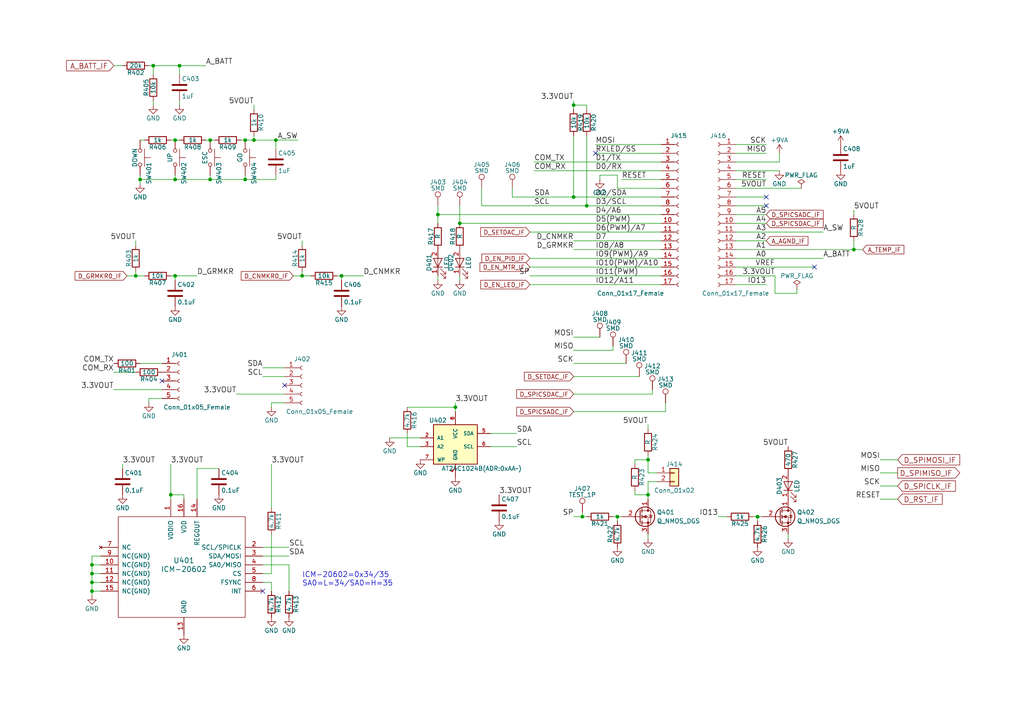
<source format=kicad_sch>
(kicad_sch (version 20211123) (generator eeschema)
  (paper "A4")
  (lib_symbols
    (symbol "kagura-rescue:+9VA" (power) (pin_names (offset 0))
      (property "Value" "+9VA" (at 0 3.81 0))
      (symbol "+9VA_0_1"
        (polyline (pts (xy -0.762 1.27) (xy 0 2.54)))
        (polyline (pts (xy 0 0) (xy 0 2.54)))
        (polyline (pts (xy 0 2.54) (xy 0.762 1.27)))
      )
      (symbol "+9VA_1_1"
        (pin power_in line (at 0 0 90) (length 0) hide (name "+9VA") (number "1"))
      )
    )
    (symbol "kagura-rescue:AT24CS04-SSHM" (pin_names (offset 1.016))
      (property "Reference" "U" (at -5.08 6.35 0))
      (property "Value" "AT24CS04-SSHM" (at 7.62 -7.62 0))
      (symbol "AT24CS04-SSHM_0_1"
        (rectangle (start -6.35 5.08) (end 6.35 -6.35) (stroke (width 0.254)) (fill (type background)))
      )
      (symbol "AT24CS04-SSHM_1_1"
        (pin input line (at -10.16 1.27 0) (length 3.81) (name "A1") (number "2"))
        (pin input line (at -10.16 -1.27 0) (length 3.81) (name "A2") (number "3"))
        (pin power_in line (at 0 -10.16 90) (length 3.81) (name "GND") (number "4"))
        (pin bidirectional line (at 10.16 2.54 180) (length 3.81) (name "SDA") (number "5"))
        (pin input line (at 10.16 -1.27 180) (length 3.81) (name "SCL") (number "6"))
        (pin input line (at -10.16 -5.08 0) (length 3.81) (name "WP") (number "7"))
        (pin power_in line (at 0 8.89 270) (length 3.81) (name "VCC") (number "8"))
      )
    )
    (symbol "kagura-rescue:C" (pin_numbers hide) (pin_names (offset 0.254))
      (property "Reference" "C" (at 0.635 2.54 0))
      (property "Value" "C" (at 0.635 -2.54 0))
      (symbol "C_0_1"
        (polyline (pts (xy -2.032 -0.762) (xy 2.032 -0.762)) (stroke (width 0.508)))
        (polyline (pts (xy -2.032 0.762) (xy 2.032 0.762)) (stroke (width 0.508)))
      )
      (symbol "C_1_1"
        (pin passive line (at 0 3.81 270) (length 2.794) (name "~") (number "1"))
        (pin passive line (at 0 -3.81 90) (length 2.794) (name "~") (number "2"))
      )
    )
    (symbol "kagura-rescue:Conn_01x02" (pin_names (offset 1.016) hide)
      (property "Reference" "J" (at 0 2.54 0))
      (property "Value" "Conn_01x02" (at 0 -5.08 0))
      (symbol "Conn_01x02_1_1"
        (rectangle (start -1.27 -2.413) (end 0 -2.667) (stroke (width 0.1524)))
        (rectangle (start -1.27 0.127) (end 0 -0.127) (stroke (width 0.1524)))
        (rectangle (start -1.27 1.27) (end 1.27 -3.81) (stroke (width 0.254)) (fill (type background)))
        (pin passive line (at -5.08 0 0) (length 3.81) (name "Pin_1") (number "1"))
        (pin passive line (at -5.08 -2.54 0) (length 3.81) (name "Pin_2") (number "2"))
      )
    )
    (symbol "kagura-rescue:Conn_01x05_Female" (pin_names (offset 1.016) hide)
      (property "Reference" "J" (at 0 7.62 0))
      (property "Value" "Conn_01x05_Female" (at 0 -7.62 0))
      (symbol "Conn_01x05_Female_1_1"
        (arc (start 0 -4.572) (mid -0.508 -5.08) (end 0 -5.588) (stroke (width 0.1524)))
        (arc (start 0 -2.032) (mid -0.508 -2.54) (end 0 -3.048) (stroke (width 0.1524)))
        (polyline (pts (xy -1.27 -5.08) (xy -0.508 -5.08)) (stroke (width 0.1524)))
        (polyline (pts (xy -1.27 -2.54) (xy -0.508 -2.54)) (stroke (width 0.1524)))
        (polyline (pts (xy -1.27 0) (xy -0.508 0)) (stroke (width 0.1524)))
        (polyline (pts (xy -1.27 2.54) (xy -0.508 2.54)) (stroke (width 0.1524)))
        (polyline (pts (xy -1.27 5.08) (xy -0.508 5.08)) (stroke (width 0.1524)))
        (arc (start 0 0.508) (mid -0.508 0) (end 0 -0.508) (stroke (width 0.1524)))
        (arc (start 0 3.048) (mid -0.508 2.54) (end 0 2.032) (stroke (width 0.1524)))
        (arc (start 0 5.588) (mid -0.508 5.08) (end 0 4.572) (stroke (width 0.1524)))
        (pin passive line (at -5.08 5.08 0) (length 3.81) (name "Pin_1") (number "1"))
        (pin passive line (at -5.08 2.54 0) (length 3.81) (name "Pin_2") (number "2"))
        (pin passive line (at -5.08 0 0) (length 3.81) (name "Pin_3") (number "3"))
        (pin passive line (at -5.08 -2.54 0) (length 3.81) (name "Pin_4") (number "4"))
        (pin passive line (at -5.08 -5.08 0) (length 3.81) (name "Pin_5") (number "5"))
      )
    )
    (symbol "kagura-rescue:Conn_01x17_Female" (pin_names (offset 1.016) hide)
      (property "Reference" "J" (at 0 22.86 0))
      (property "Value" "Conn_01x17_Female" (at 0 -22.86 0))
      (symbol "Conn_01x17_Female_1_1"
        (arc (start 0 -19.812) (mid -0.508 -20.32) (end 0 -20.828) (stroke (width 0.1524)))
        (arc (start 0 -17.272) (mid -0.508 -17.78) (end 0 -18.288) (stroke (width 0.1524)))
        (arc (start 0 -14.732) (mid -0.508 -15.24) (end 0 -15.748) (stroke (width 0.1524)))
        (arc (start 0 -12.192) (mid -0.508 -12.7) (end 0 -13.208) (stroke (width 0.1524)))
        (arc (start 0 -9.652) (mid -0.508 -10.16) (end 0 -10.668) (stroke (width 0.1524)))
        (arc (start 0 -7.112) (mid -0.508 -7.62) (end 0 -8.128) (stroke (width 0.1524)))
        (arc (start 0 -4.572) (mid -0.508 -5.08) (end 0 -5.588) (stroke (width 0.1524)))
        (arc (start 0 -2.032) (mid -0.508 -2.54) (end 0 -3.048) (stroke (width 0.1524)))
        (polyline (pts (xy -1.27 -20.32) (xy -0.508 -20.32)) (stroke (width 0.1524)))
        (polyline (pts (xy -1.27 -17.78) (xy -0.508 -17.78)) (stroke (width 0.1524)))
        (polyline (pts (xy -1.27 -15.24) (xy -0.508 -15.24)) (stroke (width 0.1524)))
        (polyline (pts (xy -1.27 -12.7) (xy -0.508 -12.7)) (stroke (width 0.1524)))
        (polyline (pts (xy -1.27 -10.16) (xy -0.508 -10.16)) (stroke (width 0.1524)))
        (polyline (pts (xy -1.27 -7.62) (xy -0.508 -7.62)) (stroke (width 0.1524)))
        (polyline (pts (xy -1.27 -5.08) (xy -0.508 -5.08)) (stroke (width 0.1524)))
        (polyline (pts (xy -1.27 -2.54) (xy -0.508 -2.54)) (stroke (width 0.1524)))
        (polyline (pts (xy -1.27 0) (xy -0.508 0)) (stroke (width 0.1524)))
        (polyline (pts (xy -1.27 2.54) (xy -0.508 2.54)) (stroke (width 0.1524)))
        (polyline (pts (xy -1.27 5.08) (xy -0.508 5.08)) (stroke (width 0.1524)))
        (polyline (pts (xy -1.27 7.62) (xy -0.508 7.62)) (stroke (width 0.1524)))
        (polyline (pts (xy -1.27 10.16) (xy -0.508 10.16)) (stroke (width 0.1524)))
        (polyline (pts (xy -1.27 12.7) (xy -0.508 12.7)) (stroke (width 0.1524)))
        (polyline (pts (xy -1.27 15.24) (xy -0.508 15.24)) (stroke (width 0.1524)))
        (polyline (pts (xy -1.27 17.78) (xy -0.508 17.78)) (stroke (width 0.1524)))
        (polyline (pts (xy -1.27 20.32) (xy -0.508 20.32)) (stroke (width 0.1524)))
        (arc (start 0 0.508) (mid -0.508 0) (end 0 -0.508) (stroke (width 0.1524)))
        (arc (start 0 3.048) (mid -0.508 2.54) (end 0 2.032) (stroke (width 0.1524)))
        (arc (start 0 5.588) (mid -0.508 5.08) (end 0 4.572) (stroke (width 0.1524)))
        (arc (start 0 8.128) (mid -0.508 7.62) (end 0 7.112) (stroke (width 0.1524)))
        (arc (start 0 10.668) (mid -0.508 10.16) (end 0 9.652) (stroke (width 0.1524)))
        (arc (start 0 13.208) (mid -0.508 12.7) (end 0 12.192) (stroke (width 0.1524)))
        (arc (start 0 15.748) (mid -0.508 15.24) (end 0 14.732) (stroke (width 0.1524)))
        (arc (start 0 18.288) (mid -0.508 17.78) (end 0 17.272) (stroke (width 0.1524)))
        (arc (start 0 20.828) (mid -0.508 20.32) (end 0 19.812) (stroke (width 0.1524)))
        (pin passive line (at -5.08 20.32 0) (length 3.81) (name "Pin_1") (number "1"))
        (pin passive line (at -5.08 -2.54 0) (length 3.81) (name "Pin_10") (number "10"))
        (pin passive line (at -5.08 -5.08 0) (length 3.81) (name "Pin_11") (number "11"))
        (pin passive line (at -5.08 -7.62 0) (length 3.81) (name "Pin_12") (number "12"))
        (pin passive line (at -5.08 -10.16 0) (length 3.81) (name "Pin_13") (number "13"))
        (pin passive line (at -5.08 -12.7 0) (length 3.81) (name "Pin_14") (number "14"))
        (pin passive line (at -5.08 -15.24 0) (length 3.81) (name "Pin_15") (number "15"))
        (pin passive line (at -5.08 -17.78 0) (length 3.81) (name "Pin_16") (number "16"))
        (pin passive line (at -5.08 -20.32 0) (length 3.81) (name "Pin_17") (number "17"))
        (pin passive line (at -5.08 17.78 0) (length 3.81) (name "Pin_2") (number "2"))
        (pin passive line (at -5.08 15.24 0) (length 3.81) (name "Pin_3") (number "3"))
        (pin passive line (at -5.08 12.7 0) (length 3.81) (name "Pin_4") (number "4"))
        (pin passive line (at -5.08 10.16 0) (length 3.81) (name "Pin_5") (number "5"))
        (pin passive line (at -5.08 7.62 0) (length 3.81) (name "Pin_6") (number "6"))
        (pin passive line (at -5.08 5.08 0) (length 3.81) (name "Pin_7") (number "7"))
        (pin passive line (at -5.08 2.54 0) (length 3.81) (name "Pin_8") (number "8"))
        (pin passive line (at -5.08 0 0) (length 3.81) (name "Pin_9") (number "9"))
      )
    )
    (symbol "kagura-rescue:GND" (power) (pin_names (offset 0))
      (property "Value" "GND" (at 0 -3.81 0))
      (symbol "GND_0_1"
        (polyline (pts (xy 0 0) (xy 0 -1.27) (xy 1.27 -1.27) (xy 0 -2.54) (xy -1.27 -1.27) (xy 0 -1.27)))
      )
      (symbol "GND_1_1"
        (pin power_in line (at 0 0 270) (length 0) hide (name "GND") (number "1"))
      )
    )
    (symbol "kagura-rescue:ICM-20602" (pin_names (offset 1.016))
      (property "Reference" "U" (at 0 2.54 0))
      (property "Value" "ICM-20602" (at 0 0 0))
      (symbol "ICM-20602_0_1"
        (rectangle (start -19.05 15.24) (end 17.78 -13.97))
      )
      (symbol "ICM-20602_1_1"
        (pin power_in line (at -3.81 20.32 270) (length 5.08) (name "VDDIO") (number "1"))
        (pin input line (at -24.13 1.27 0) (length 5.08) (name "NC(GND)") (number "10"))
        (pin input line (at -24.13 -1.27 0) (length 5.08) (name "NC(GND)") (number "11"))
        (pin input line (at -24.13 -3.81 0) (length 5.08) (name "NC(GND)") (number "12"))
        (pin power_in line (at 0 -19.05 90) (length 5.08) (name "GND") (number "13"))
        (pin power_out line (at 3.81 20.32 270) (length 5.08) (name "REGOUT") (number "14"))
        (pin power_in line (at -24.13 -6.35 0) (length 5.08) (name "NC(GND)") (number "15"))
        (pin power_in line (at 0 20.32 270) (length 5.08) (name "VDD") (number "16"))
        (pin input line (at 22.86 6.35 180) (length 5.08) (name "SCL/SPICLK") (number "2"))
        (pin bidirectional line (at 22.86 3.81 180) (length 5.08) (name "SDA/MOSI") (number "3"))
        (pin bidirectional line (at 22.86 1.27 180) (length 5.08) (name "SA0/MISO") (number "4"))
        (pin input line (at 22.86 -1.27 180) (length 5.08) (name "CS") (number "5"))
        (pin output line (at 22.86 -6.35 180) (length 5.08) (name "INT") (number "6"))
        (pin no_connect line (at -24.13 6.35 0) (length 5.08) (name "NC") (number "7"))
        (pin input line (at 22.86 -3.81 180) (length 5.08) (name "FSYNC") (number "8"))
        (pin input line (at -24.13 3.81 0) (length 5.08) (name "NC(GND)") (number "9"))
      )
    )
    (symbol "kagura-rescue:LED" (pin_names (offset 1.016) hide)
      (property "Reference" "D" (at 0 2.54 0))
      (property "Value" "LED" (at 0 -2.54 0))
      (symbol "LED_0_1"
        (polyline (pts (xy -1.27 -1.27) (xy -1.27 1.27)) (stroke (width 0.2032)))
        (polyline (pts (xy -1.27 0) (xy 1.27 0)))
        (polyline (pts (xy 1.27 -1.27) (xy 1.27 1.27) (xy -1.27 0) (xy 1.27 -1.27)) (stroke (width 0.2032)))
        (polyline (pts (xy -3.048 -0.762) (xy -4.572 -2.286) (xy -3.81 -2.286) (xy -4.572 -2.286) (xy -4.572 -1.524)))
        (polyline (pts (xy -1.778 -0.762) (xy -3.302 -2.286) (xy -2.54 -2.286) (xy -3.302 -2.286) (xy -3.302 -1.524)))
      )
      (symbol "LED_1_1"
        (pin passive line (at -3.81 0 0) (length 2.54) (name "K") (number "1"))
        (pin passive line (at 3.81 0 180) (length 2.54) (name "A") (number "2"))
      )
    )
    (symbol "kagura-rescue:PWR_FLAG" (power) (pin_numbers hide) (pin_names (offset 0) hide)
      (property "Value" "PWR_FLAG" (at 0 3.81 0))
      (symbol "PWR_FLAG_0_0"
        (pin power_out line (at 0 0 90) (length 0) (name "pwr") (number "1"))
      )
      (symbol "PWR_FLAG_0_1"
        (polyline (pts (xy 0 0) (xy 0 1.27) (xy -1.016 1.905) (xy 0 2.54) (xy 1.016 1.905) (xy 0 1.27)))
      )
    )
    (symbol "kagura-rescue:Q_NMOS_DGS" (pin_names (offset 0) hide)
      (property "Reference" "Q" (at 5.08 1.27 0))
      (property "Value" "Q_NMOS_DGS" (at 5.08 -1.27 0))
      (symbol "Q_NMOS_DGS_0_1"
        (polyline (pts (xy 0.0508 0) (xy 0.254 0)))
        (polyline (pts (xy 0.762 -1.778) (xy 2.54 -1.778)))
        (polyline (pts (xy 0.762 -1.27) (xy 0.762 -2.286)) (stroke (width 0.254)))
        (polyline (pts (xy 0.762 0) (xy 2.54 0)))
        (polyline (pts (xy 0.762 0.508) (xy 0.762 -0.508)) (stroke (width 0.254)))
        (polyline (pts (xy 0.762 1.778) (xy 2.54 1.778)))
        (polyline (pts (xy 0.762 2.286) (xy 0.762 1.27)) (stroke (width 0.254)))
        (polyline (pts (xy 2.54 -1.778) (xy 2.54 -2.54)))
        (polyline (pts (xy 2.54 -1.778) (xy 2.54 0)))
        (polyline (pts (xy 2.54 2.54) (xy 2.54 1.778)))
        (polyline (pts (xy 0.254 1.905) (xy 0.254 -1.905) (xy 0.254 -1.905)) (stroke (width 0.254)))
        (polyline (pts (xy 1.016 0) (xy 2.032 0.381) (xy 2.032 -0.381) (xy 1.016 0)) (fill (type outline)))
        (polyline (pts (xy 2.54 -1.778) (xy 3.302 -1.778) (xy 3.302 1.778) (xy 2.54 1.778)))
        (polyline (pts (xy 2.794 0.508) (xy 2.921 0.381) (xy 3.683 0.381) (xy 3.81 0.254)))
        (polyline (pts (xy 3.302 0.381) (xy 2.921 -0.254) (xy 3.683 -0.254) (xy 3.302 0.381)))
        (circle (center 1.651 0) (radius 2.8194) (stroke (width 0.254)))
        (circle (center 2.54 -1.778) (radius 0.2794) (fill (type outline)))
        (circle (center 2.54 1.778) (radius 0.2794) (fill (type outline)))
      )
      (symbol "Q_NMOS_DGS_1_1"
        (pin passive line (at 2.54 5.08 270) (length 2.54) (name "D") (number "1"))
        (pin input line (at -5.08 0 0) (length 5.08) (name "G") (number "2"))
        (pin passive line (at 2.54 -5.08 90) (length 2.54) (name "S") (number "3"))
      )
    )
    (symbol "kagura-rescue:R" (pin_numbers hide) (pin_names (offset 0))
      (property "Reference" "R" (at 2.032 0 90))
      (property "Value" "R" (at 0 0 90))
      (symbol "R_0_1"
        (rectangle (start -1.016 -2.54) (end 1.016 2.54) (stroke (width 0.254)))
      )
      (symbol "R_1_1"
        (pin passive line (at 0 3.81 270) (length 1.27) (name "~") (number "1"))
        (pin passive line (at 0 -3.81 90) (length 1.27) (name "~") (number "2"))
      )
    )
    (symbol "kagura-rescue:SW_Push" (pin_numbers hide) (pin_names (offset 1.016) hide)
      (property "Reference" "SW" (at 1.27 2.54 0))
      (property "Value" "SW_Push" (at 0 -1.524 0))
      (symbol "SW_Push_0_1"
        (circle (center -2.032 0) (radius 0.508))
        (polyline (pts (xy 0 1.27) (xy 0 3.048)))
        (polyline (pts (xy 2.54 1.27) (xy -2.54 1.27)))
        (circle (center 2.032 0) (radius 0.508))
        (pin passive line (at -5.08 0 0) (length 2.54) (name "1") (number "1"))
        (pin passive line (at 5.08 0 180) (length 2.54) (name "2") (number "2"))
      )
    )
    (symbol "kagura-rescue:TEST_1P" (pin_numbers hide) (pin_names (offset 0.762) hide)
      (property "Reference" "J" (at 0 6.858 0))
      (property "Value" "TEST_1P" (at 0 5.08 0))
      (symbol "TEST_1P_0_1"
        (circle (center 0 3.302) (radius 0.762))
      )
      (symbol "TEST_1P_1_1"
        (pin passive line (at 0 0 90) (length 2.54) (name "1") (number "1"))
      )
    )
  )
  (junction (at 99.06 80.01))
  (junction (at 168.91 149.86))
  (junction (at 133.35 64.77))
  (junction (at 127 62.23))
  (junction (at 39.37 80.01))
  (junction (at 187.96 143.51))
  (junction (at 26.67 171.45))
  (junction (at 52.07 19.05))
  (junction (at 50.8 52.07))
  (junction (at 50.8 40.64))
  (junction (at 49.53 143.51))
  (junction (at 60.96 52.07))
  (junction (at 166.37 57.15))
  (junction (at 80.01 40.64))
  (junction (at 73.66 40.64))
  (junction (at 87.63 80.01))
  (junction (at 132.08 118.11))
  (junction (at 26.67 166.37))
  (junction (at 166.37 30.48))
  (junction (at 170.18 59.69))
  (junction (at 44.45 19.05))
  (junction (at 219.71 149.86))
  (junction (at 71.12 52.07))
  (junction (at 50.8 80.01))
  (junction (at 247.65 72.39))
  (junction (at 179.07 149.86))
  (junction (at 71.12 40.64))
  (junction (at 187.96 133.35))
  (junction (at 60.96 40.64))
  (junction (at 40.64 52.07))
  (junction (at 26.67 168.91))
  (junction (at 26.67 163.83))
  (no_connect (at 76.2 171.45))
  (no_connect (at 222.25 59.69))
  (no_connect (at 46.99 110.49))
  (no_connect (at 82.55 111.76))
  (no_connect (at 236.22 77.47))
  (no_connect (at 172.72 44.45))
  (no_connect (at 222.25 57.15))
  (wire (pts (xy 39.37 80.01) (xy 41.91 80.01)))
  (wire (pts (xy 40.64 105.41) (xy 46.99 105.41)))
  (wire (pts (xy 187.96 143.51) (xy 187.96 144.78)))
  (wire (pts (xy 133.35 64.77) (xy 191.77 64.77)))
  (wire (pts (xy 26.67 161.29) (xy 29.21 161.29)))
  (wire (pts (xy 118.11 129.54) (xy 118.11 125.73)))
  (wire (pts (xy 26.67 163.83) (xy 26.67 166.37)))
  (wire (pts (xy 29.21 166.37) (xy 26.67 166.37)))
  (wire (pts (xy 49.53 143.51) (xy 49.53 144.78)))
  (wire (pts (xy 153.67 74.93) (xy 191.77 74.93)))
  (wire (pts (xy 213.36 54.61) (xy 232.41 54.61)))
  (wire (pts (xy 213.36 41.91) (xy 222.25 41.91)))
  (wire (pts (xy 53.34 144.78) (xy 53.34 143.51)))
  (wire (pts (xy 39.37 107.95) (xy 33.02 107.95)))
  (wire (pts (xy 43.18 115.57) (xy 43.18 116.84)))
  (wire (pts (xy 26.67 171.45) (xy 26.67 172.72)))
  (wire (pts (xy 68.58 114.3) (xy 82.55 114.3)))
  (wire (pts (xy 179.07 151.13) (xy 179.07 149.86)))
  (wire (pts (xy 73.66 30.48) (xy 73.66 31.75)))
  (wire (pts (xy 187.96 132.08) (xy 187.96 133.35)))
  (wire (pts (xy 26.67 168.91) (xy 26.67 171.45)))
  (wire (pts (xy 139.7 59.69) (xy 170.18 59.69)))
  (wire (pts (xy 191.77 46.99) (xy 154.94 46.99)))
  (wire (pts (xy 153.67 82.55) (xy 191.77 82.55)))
  (wire (pts (xy 33.02 113.03) (xy 46.99 113.03)))
  (wire (pts (xy 224.79 80.01) (xy 224.79 85.09)))
  (wire (pts (xy 166.37 57.15) (xy 191.77 57.15)))
  (wire (pts (xy 39.37 80.01) (xy 39.37 78.74)))
  (wire (pts (xy 50.8 80.01) (xy 50.8 81.28)))
  (wire (pts (xy 60.96 40.64) (xy 62.23 40.64)))
  (wire (pts (xy 118.11 118.11) (xy 132.08 118.11)))
  (wire (pts (xy 71.12 52.07) (xy 80.01 52.07)))
  (wire (pts (xy 148.59 57.15) (xy 166.37 57.15)))
  (wire (pts (xy 187.96 123.19) (xy 187.96 124.46)))
  (wire (pts (xy 173.99 50.8) (xy 179.07 50.8)))
  (wire (pts (xy 166.37 105.41) (xy 181.61 105.41)))
  (wire (pts (xy 50.8 52.07) (xy 60.96 52.07)))
  (wire (pts (xy 247.65 69.85) (xy 247.65 72.39)))
  (wire (pts (xy 53.34 143.51) (xy 49.53 143.51)))
  (wire (pts (xy 43.18 19.05) (xy 44.45 19.05)))
  (wire (pts (xy 76.2 163.83) (xy 83.82 163.83)))
  (wire (pts (xy 26.67 161.29) (xy 26.67 163.83)))
  (wire (pts (xy 213.36 49.53) (xy 226.06 49.53)))
  (wire (pts (xy 40.64 50.8) (xy 40.64 52.07)))
  (wire (pts (xy 213.36 74.93) (xy 238.76 74.93)))
  (wire (pts (xy 148.59 57.15) (xy 148.59 54.61)))
  (wire (pts (xy 87.63 80.01) (xy 87.63 78.74)))
  (wire (pts (xy 44.45 30.48) (xy 44.45 29.21)))
  (wire (pts (xy 170.18 31.75) (xy 170.18 30.48)))
  (wire (pts (xy 166.37 72.39) (xy 191.77 72.39)))
  (wire (pts (xy 44.45 21.59) (xy 44.45 19.05)))
  (wire (pts (xy 40.64 52.07) (xy 40.64 53.34)))
  (wire (pts (xy 166.37 119.38) (xy 193.04 119.38)))
  (wire (pts (xy 184.15 143.51) (xy 187.96 143.51)))
  (wire (pts (xy 60.96 52.07) (xy 60.96 50.8)))
  (wire (pts (xy 39.37 69.85) (xy 39.37 71.12)))
  (wire (pts (xy 187.96 133.35) (xy 187.96 137.16)))
  (wire (pts (xy 213.36 80.01) (xy 224.79 80.01)))
  (wire (pts (xy 260.35 144.78) (xy 255.27 144.78)))
  (wire (pts (xy 76.2 106.68) (xy 82.55 106.68)))
  (wire (pts (xy 179.07 50.8) (xy 179.07 54.61)))
  (wire (pts (xy 83.82 163.83) (xy 83.82 171.45)))
  (wire (pts (xy 247.65 60.96) (xy 247.65 62.23)))
  (wire (pts (xy 189.23 114.3) (xy 189.23 113.03)))
  (wire (pts (xy 78.74 166.37) (xy 76.2 166.37)))
  (wire (pts (xy 71.12 40.64) (xy 73.66 40.64)))
  (wire (pts (xy 213.36 57.15) (xy 222.25 57.15)))
  (wire (pts (xy 170.18 59.69) (xy 191.77 59.69)))
  (wire (pts (xy 76.2 168.91) (xy 78.74 168.91)))
  (wire (pts (xy 76.2 158.75) (xy 83.82 158.75)))
  (wire (pts (xy 177.8 101.6) (xy 177.8 100.33)))
  (wire (pts (xy 222.25 44.45) (xy 213.36 44.45)))
  (wire (pts (xy 166.37 39.37) (xy 166.37 57.15)))
  (wire (pts (xy 36.83 80.01) (xy 39.37 80.01)))
  (wire (pts (xy 191.77 44.45) (xy 172.72 44.45)))
  (wire (pts (xy 85.09 80.01) (xy 87.63 80.01)))
  (wire (pts (xy 127 80.01) (xy 127 81.28)))
  (wire (pts (xy 132.08 116.84) (xy 132.08 118.11)))
  (wire (pts (xy 260.35 140.97) (xy 255.27 140.97)))
  (wire (pts (xy 127 59.69) (xy 127 62.23)))
  (wire (pts (xy 76.2 109.22) (xy 82.55 109.22)))
  (wire (pts (xy 41.91 40.64) (xy 40.64 40.64)))
  (wire (pts (xy 166.37 109.22) (xy 185.42 109.22)))
  (wire (pts (xy 184.15 142.24) (xy 184.15 143.51)))
  (wire (pts (xy 213.36 77.47) (xy 236.22 77.47)))
  (wire (pts (xy 49.53 80.01) (xy 50.8 80.01)))
  (wire (pts (xy 127 62.23) (xy 191.77 62.23)))
  (wire (pts (xy 26.67 163.83) (xy 29.21 163.83)))
  (wire (pts (xy 260.35 133.35) (xy 255.27 133.35)))
  (wire (pts (xy 118.11 129.54) (xy 121.92 129.54)))
  (wire (pts (xy 168.91 149.86) (xy 170.18 149.86)))
  (wire (pts (xy 226.06 46.99) (xy 226.06 44.45)))
  (wire (pts (xy 57.15 144.78) (xy 57.15 135.89)))
  (wire (pts (xy 218.44 149.86) (xy 219.71 149.86)))
  (wire (pts (xy 166.37 149.86) (xy 168.91 149.86)))
  (wire (pts (xy 187.96 137.16) (xy 190.5 137.16)))
  (wire (pts (xy 166.37 29.21) (xy 166.37 30.48)))
  (wire (pts (xy 80.01 52.07) (xy 80.01 50.8)))
  (wire (pts (xy 179.07 149.86) (xy 180.34 149.86)))
  (wire (pts (xy 73.66 40.64) (xy 80.01 40.64)))
  (wire (pts (xy 50.8 50.8) (xy 50.8 52.07)))
  (wire (pts (xy 177.8 149.86) (xy 179.07 149.86)))
  (wire (pts (xy 213.36 46.99) (xy 226.06 46.99)))
  (wire (pts (xy 180.34 52.07) (xy 191.77 52.07)))
  (wire (pts (xy 191.77 49.53) (xy 154.94 49.53)))
  (wire (pts (xy 153.67 77.47) (xy 191.77 77.47)))
  (wire (pts (xy 52.07 19.05) (xy 52.07 21.59)))
  (wire (pts (xy 139.7 54.61) (xy 139.7 59.69)))
  (wire (pts (xy 191.77 41.91) (xy 172.72 41.91)))
  (wire (pts (xy 78.74 116.84) (xy 78.74 118.11)))
  (wire (pts (xy 80.01 43.18) (xy 80.01 40.64)))
  (wire (pts (xy 49.53 134.62) (xy 49.53 143.51)))
  (wire (pts (xy 99.06 80.01) (xy 105.41 80.01)))
  (wire (pts (xy 52.07 30.48) (xy 52.07 29.21)))
  (wire (pts (xy 213.36 64.77) (xy 222.25 64.77)))
  (wire (pts (xy 43.18 115.57) (xy 46.99 115.57)))
  (wire (pts (xy 260.35 137.16) (xy 255.27 137.16)))
  (wire (pts (xy 228.6 156.21) (xy 228.6 154.94)))
  (wire (pts (xy 187.96 139.7) (xy 187.96 143.51)))
  (wire (pts (xy 170.18 30.48) (xy 166.37 30.48)))
  (wire (pts (xy 133.35 59.69) (xy 133.35 64.77)))
  (wire (pts (xy 69.85 40.64) (xy 71.12 40.64)))
  (wire (pts (xy 187.96 156.21) (xy 187.96 154.94)))
  (wire (pts (xy 173.99 52.07) (xy 173.99 50.8)))
  (wire (pts (xy 87.63 80.01) (xy 90.17 80.01)))
  (wire (pts (xy 222.25 59.69) (xy 213.36 59.69)))
  (wire (pts (xy 193.04 119.38) (xy 193.04 116.84)))
  (wire (pts (xy 153.67 80.01) (xy 191.77 80.01)))
  (wire (pts (xy 184.15 133.35) (xy 184.15 134.62)))
  (wire (pts (xy 78.74 134.62) (xy 78.74 147.32)))
  (wire (pts (xy 59.69 40.64) (xy 60.96 40.64)))
  (wire (pts (xy 219.71 151.13) (xy 219.71 149.86)))
  (wire (pts (xy 166.37 114.3) (xy 189.23 114.3)))
  (wire (pts (xy 50.8 40.64) (xy 52.07 40.64)))
  (wire (pts (xy 76.2 161.29) (xy 83.82 161.29)))
  (wire (pts (xy 99.06 80.01) (xy 99.06 81.28)))
  (wire (pts (xy 142.24 129.54) (xy 149.86 129.54)))
  (wire (pts (xy 87.63 69.85) (xy 87.63 71.12)))
  (wire (pts (xy 78.74 154.94) (xy 78.74 166.37)))
  (wire (pts (xy 222.25 69.85) (xy 213.36 69.85)))
  (wire (pts (xy 166.37 101.6) (xy 177.8 101.6)))
  (wire (pts (xy 219.71 149.86) (xy 220.98 149.86)))
  (wire (pts (xy 29.21 171.45) (xy 26.67 171.45)))
  (wire (pts (xy 166.37 69.85) (xy 191.77 69.85)))
  (wire (pts (xy 222.25 62.23) (xy 213.36 62.23)))
  (wire (pts (xy 153.67 67.31) (xy 191.77 67.31)))
  (wire (pts (xy 187.96 133.35) (xy 184.15 133.35)))
  (wire (pts (xy 50.8 80.01) (xy 57.15 80.01)))
  (wire (pts (xy 168.91 148.59) (xy 168.91 149.86)))
  (wire (pts (xy 142.24 125.73) (xy 149.86 125.73)))
  (wire (pts (xy 57.15 135.89) (xy 63.5 135.89)))
  (wire (pts (xy 78.74 116.84) (xy 82.55 116.84)))
  (wire (pts (xy 113.03 127) (xy 121.92 127)))
  (wire (pts (xy 49.53 40.64) (xy 50.8 40.64)))
  (wire (pts (xy 44.45 19.05) (xy 52.07 19.05)))
  (wire (pts (xy 127 62.23) (xy 127 64.77)))
  (wire (pts (xy 26.67 166.37) (xy 26.67 168.91)))
  (wire (pts (xy 213.36 82.55) (xy 222.25 82.55)))
  (wire (pts (xy 133.35 81.28) (xy 133.35 80.01)))
  (wire (pts (xy 231.14 85.09) (xy 231.14 83.82)))
  (wire (pts (xy 40.64 52.07) (xy 50.8 52.07)))
  (wire (pts (xy 213.36 52.07) (xy 222.25 52.07)))
  (wire (pts (xy 213.36 67.31) (xy 238.76 67.31)))
  (wire (pts (xy 179.07 54.61) (xy 191.77 54.61)))
  (wire (pts (xy 224.79 85.09) (xy 231.14 85.09)))
  (wire (pts (xy 80.01 40.64) (xy 86.36 40.64)))
  (wire (pts (xy 190.5 139.7) (xy 187.96 139.7)))
  (wire (pts (xy 35.56 19.05) (xy 33.02 19.05)))
  (wire (pts (xy 73.66 40.64) (xy 73.66 39.37)))
  (wire (pts (xy 26.67 168.91) (xy 29.21 168.91)))
  (wire (pts (xy 35.56 135.89) (xy 35.56 134.62)))
  (wire (pts (xy 210.82 149.86) (xy 208.28 149.86)))
  (wire (pts (xy 247.65 72.39) (xy 250.19 72.39)))
  (wire (pts (xy 60.96 52.07) (xy 71.12 52.07)))
  (wire (pts (xy 173.99 97.79) (xy 166.37 97.79)))
  (wire (pts (xy 213.36 72.39) (xy 247.65 72.39)))
  (wire (pts (xy 97.79 80.01) (xy 99.06 80.01)))
  (wire (pts (xy 71.12 52.07) (xy 71.12 50.8)))
  (wire (pts (xy 132.08 118.11) (xy 132.08 119.38)))
  (wire (pts (xy 78.74 168.91) (xy 78.74 171.45)))
  (wire (pts (xy 170.18 39.37) (xy 170.18 59.69)))
  (wire (pts (xy 166.37 30.48) (xy 166.37 31.75)))
  (wire (pts (xy 52.07 19.05) (xy 59.69 19.05)))
  (text "ICM-20602=0x34/35\nSA0=L=34/SA0=H=35" (at 87.63 170.18 0) (effects (font (size 1.524 1.524)) (justify left bottom)))
  (label "D3/SCL" (at 172.72 59.69 0) (effects (font (size 1.524 1.524))))
  (label "COM_RX" (at 33.02 107.95 180) (effects (font (size 1.524 1.524))))
  (label "5VOUT" (at 87.63 69.85 180) (effects (font (size 1.524 1.524))))
  (label "5VOUT" (at 187.96 123.19 180) (effects (font (size 1.524 1.524))))
  (label "IO13" (at 222.25 82.55 180) (effects (font (size 1.524 1.524))))
  (label "COM_TX" (at 33.02 105.41 180) (effects (font (size 1.524 1.524))))
  (label "SDA" (at 149.86 125.73 0) (effects (font (size 1.524 1.524))))
  (label "MISO" (at 255.27 137.16 180) (effects (font (size 1.524 1.524))))
  (label "D_CNMKR" (at 166.37 69.85 180) (effects (font (size 1.524 1.524))))
  (label "IO10(PWM)/A10" (at 172.72 77.47 0) (effects (font (size 1.524 1.524))))
  (label "MOSI" (at 166.37 97.79 180) (effects (font (size 1.524 1.524))))
  (label "D0/RX" (at 172.72 49.53 0) (effects (font (size 1.524 1.524))))
  (label "A_BATT" (at 238.76 74.93 0) (effects (font (size 1.524 1.524))))
  (label "IO9(PWM)/A9" (at 172.72 74.93 0) (effects (font (size 1.524 1.524))))
  (label "SCL" (at 76.2 109.22 180) (effects (font (size 1.524 1.524))))
  (label "COM_RX" (at 154.94 49.53 0) (effects (font (size 1.524 1.524))))
  (label "3.3VOUT" (at 132.08 116.84 0) (effects (font (size 1.524 1.524))))
  (label "SCK" (at 255.27 140.97 180) (effects (font (size 1.524 1.524))))
  (label "MISO" (at 166.37 101.6 180) (effects (font (size 1.524 1.524))))
  (label "D6(PWM)/A7" (at 172.72 67.31 0) (effects (font (size 1.524 1.524))))
  (label "D1/TX" (at 172.72 46.99 0) (effects (font (size 1.524 1.524))))
  (label "RXLED/SS" (at 172.72 44.45 0) (effects (font (size 1.524 1.524))))
  (label "SP" (at 153.67 80.01 180) (effects (font (size 1.524 1.524))))
  (label "A_SW" (at 238.76 67.31 0) (effects (font (size 1.524 1.524))))
  (label "IO12/A11" (at 172.72 82.55 0) (effects (font (size 1.524 1.524))))
  (label "5VOUT" (at 228.6 129.54 180) (effects (font (size 1.524 1.524))))
  (label "5VOUT" (at 39.37 69.85 180) (effects (font (size 1.524 1.524))))
  (label "IO13" (at 208.28 149.86 180) (effects (font (size 1.524 1.524))))
  (label "SCK" (at 222.25 41.91 180) (effects (font (size 1.524 1.524))))
  (label "5VOUT" (at 222.25 54.61 180) (effects (font (size 1.524 1.524))))
  (label "A_SW" (at 86.36 40.64 180) (effects (font (size 1.524 1.524))))
  (label "A0" (at 222.25 74.93 180) (effects (font (size 1.524 1.524))))
  (label "A5" (at 222.25 62.23 180) (effects (font (size 1.524 1.524))))
  (label "D7" (at 172.72 69.85 0) (effects (font (size 1.524 1.524))))
  (label "MOSI" (at 255.27 133.35 180) (effects (font (size 1.524 1.524))))
  (label "5VOUT" (at 247.65 60.96 0) (effects (font (size 1.524 1.524))))
  (label "SCL" (at 83.82 158.75 0) (effects (font (size 1.524 1.524))))
  (label "VREF" (at 224.79 77.47 180) (effects (font (size 1.524 1.524))))
  (label "3.3VOUT" (at 144.78 143.51 0) (effects (font (size 1.524 1.524))))
  (label "3.3VOUT" (at 68.58 114.3 180) (effects (font (size 1.524 1.524))))
  (label "A1" (at 222.25 72.39 180) (effects (font (size 1.524 1.524))))
  (label "RESET" (at 255.27 144.78 180) (effects (font (size 1.524 1.524))))
  (label "3.3VOUT" (at 49.53 134.62 0) (effects (font (size 1.524 1.524))))
  (label "IO8/A8" (at 172.72 72.39 0) (effects (font (size 1.524 1.524))))
  (label "SP" (at 166.37 149.86 180) (effects (font (size 1.524 1.524))))
  (label "MISO" (at 222.25 44.45 180) (effects (font (size 1.524 1.524))))
  (label "A_BATT" (at 59.69 19.05 0) (effects (font (size 1.524 1.524))))
  (label "MOSI" (at 172.72 41.91 0) (effects (font (size 1.524 1.524))))
  (label "3.3VOUT" (at 33.02 113.03 180) (effects (font (size 1.524 1.524))))
  (label "SDA" (at 76.2 106.68 180) (effects (font (size 1.524 1.524))))
  (label "SDA" (at 83.82 161.29 0) (effects (font (size 1.524 1.524))))
  (label "SDA" (at 154.94 57.15 0) (effects (font (size 1.524 1.524))))
  (label "A4" (at 222.25 64.77 180) (effects (font (size 1.524 1.524))))
  (label "A3" (at 222.25 67.31 180) (effects (font (size 1.524 1.524))))
  (label "SCL" (at 149.86 129.54 0) (effects (font (size 1.524 1.524))))
  (label "3.3VOUT" (at 166.37 29.21 180) (effects (font (size 1.524 1.524))))
  (label "D4/A6" (at 172.72 62.23 0) (effects (font (size 1.524 1.524))))
  (label "3.3VOUT" (at 35.56 134.62 0) (effects (font (size 1.524 1.524))))
  (label "RESET" (at 222.25 52.07 180) (effects (font (size 1.524 1.524))))
  (label "D5(PWM)" (at 172.72 64.77 0) (effects (font (size 1.524 1.524))))
  (label "D_GRMKR" (at 57.15 80.01 0) (effects (font (size 1.524 1.524))))
  (label "D_GRMKR" (at 166.37 72.39 180) (effects (font (size 1.524 1.524))))
  (label "D_CNMKR" (at 105.41 80.01 0) (effects (font (size 1.524 1.524))))
  (label "3.3VOUT" (at 78.74 134.62 0) (effects (font (size 1.524 1.524))))
  (label "RESET" (at 180.34 52.07 0) (effects (font (size 1.524 1.524))))
  (label "IO11(PWM)" (at 172.72 80.01 0) (effects (font (size 1.524 1.524))))
  (label "5VOUT" (at 73.66 30.48 180) (effects (font (size 1.524 1.524))))
  (label "A2" (at 222.25 69.85 180) (effects (font (size 1.524 1.524))))
  (label "3.3VOUT" (at 224.79 80.01 180) (effects (font (size 1.524 1.524))))
  (label "COM_TX" (at 154.94 46.99 0) (effects (font (size 1.524 1.524))))
  (label "D2/SDA" (at 172.72 57.15 0) (effects (font (size 1.524 1.524))))
  (label "SCK" (at 166.37 105.41 180) (effects (font (size 1.524 1.524))))
  (label "SCL" (at 154.94 59.69 0) (effects (font (size 1.524 1.524))))
  (global_label "A_BATT_IF" (shape input) (at 33.02 19.05 180) (effects (font (size 1.524 1.524))) (property "Intersheet References" "${INTERSHEET_REFS}" (effects hide)))
  (global_label "D_SPICSADC_IF" (shape input) (at 222.25 62.23 0) (property "Intersheet References" "${INTERSHEET_REFS}" (effects hide)))
  (global_label "D_SETDAC_IF" (shape input) (at 166.37 109.22 180) (property "Intersheet References" "${INTERSHEET_REFS}" (effects hide)))
  (global_label "D_EN_MTR_IF" (shape input) (at 153.67 77.47 180) (property "Intersheet References" "${INTERSHEET_REFS}" (effects hide)))
  (global_label "D_SETDAC_IF" (shape input) (at 153.67 67.31 180) (property "Intersheet References" "${INTERSHEET_REFS}" (effects hide)))
  (global_label "D_RST_IF" (shape input) (at 260.35 144.78 0) (effects (font (size 1.524 1.524))) (property "Intersheet References" "${INTERSHEET_REFS}" (effects hide)))
  (global_label "D_EN_PID_IF" (shape input) (at 153.67 74.93 180) (property "Intersheet References" "${INTERSHEET_REFS}" (effects hide)))
  (global_label "D_SPICSADC_IF" (shape input) (at 166.37 119.38 180) (property "Intersheet References" "${INTERSHEET_REFS}" (effects hide)))
  (global_label "D_EN_LED_IF" (shape input) (at 153.67 82.55 180) (property "Intersheet References" "${INTERSHEET_REFS}" (effects hide)))
  (global_label "D_SPIMISO_IF" (shape output) (at 260.35 137.16 0) (effects (font (size 1.524 1.524))) (property "Intersheet References" "${INTERSHEET_REFS}" (effects hide)))
  (global_label "D_GRMKR0_IF" (shape input) (at 36.83 80.01 180) (property "Intersheet References" "${INTERSHEET_REFS}" (effects hide)))
  (global_label "D_SPICLK_IF" (shape input) (at 260.35 140.97 0) (effects (font (size 1.524 1.524))) (property "Intersheet References" "${INTERSHEET_REFS}" (effects hide)))
  (global_label "A_AGND_IF" (shape input) (at 222.25 69.85 0) (property "Intersheet References" "${INTERSHEET_REFS}" (effects hide)))
  (global_label "D_SPICSDAC_IF" (shape input) (at 166.37 114.3 180) (property "Intersheet References" "${INTERSHEET_REFS}" (effects hide)))
  (global_label "D_SPICSDAC_IF" (shape input) (at 222.25 64.77 0) (property "Intersheet References" "${INTERSHEET_REFS}" (effects hide)))
  (global_label "D_CNMKR0_IF" (shape input) (at 85.09 80.01 180) (property "Intersheet References" "${INTERSHEET_REFS}" (effects hide)))
  (global_label "D_SPIMOSI_IF" (shape input) (at 260.35 133.35 0) (effects (font (size 1.524 1.524))) (property "Intersheet References" "${INTERSHEET_REFS}" (effects hide)))
  (global_label "A_TEMP_IF" (shape input) (at 250.19 72.39 0) (property "Intersheet References" "${INTERSHEET_REFS}" (effects hide)))
  (symbol (lib_id "kagura-rescue:Conn_01x17_Female") (at 196.85 62.23 0) (unit 1)
    (property "Reference" "J415" (at 196.85 39.37 0))
    (property "Value" "Conn_01x17_Female" (at 182.88 85.09 0))
    (property "Footprint" "Pin_Headers:Pin_Header_Straight_1x17_Pitch2.54mm" (effects hide))
  )
  (symbol (lib_id "kagura-rescue:Conn_01x17_Female") (at 208.28 62.23 0) (mirror y) (unit 1)
    (property "Reference" "J416" (at 208.28 39.37 0))
    (property "Value" "Conn_01x17_Female" (at 213.36 85.09 0))
    (property "Footprint" "Pin_Headers:Pin_Header_Straight_1x17_Pitch2.54mm" (effects hide))
  )
  (symbol (lib_id "kagura-rescue:GND") (at 226.06 49.53 0) (unit 1)
    (property "Reference" "#PWR0266" (effects hide))
    (property "Value" "GND" (at 226.06 53.34 0))
  )
  (symbol (lib_id "kagura-rescue:SW_Push") (at 71.12 45.72 270) (unit 1)
    (property "Reference" "SW404" (at 73.66 46.99 0) (effects (justify left)))
    (property "Value" "GO" (at 69.596 45.72 0))
    (property "Footprint" "Buttons_Switches_SMD:SW_SPST_PTS810" (effects hide))
  )
  (symbol (lib_id "kagura-rescue:SW_Push") (at 60.96 45.72 270) (unit 1)
    (property "Reference" "SW403" (at 63.5 46.99 0) (effects (justify left)))
    (property "Value" "ESC" (at 59.436 45.72 0))
    (property "Footprint" "Buttons_Switches_SMD:SW_SPST_PTS810" (effects hide))
  )
  (symbol (lib_id "kagura-rescue:SW_Push") (at 50.8 45.72 270) (unit 1)
    (property "Reference" "SW402" (at 53.34 46.99 0) (effects (justify left)))
    (property "Value" "UP" (at 49.276 45.72 0))
    (property "Footprint" "Buttons_Switches_SMD:SW_SPST_PTS810" (effects hide))
  )
  (symbol (lib_id "kagura-rescue:GND") (at 173.99 52.07 0) (unit 1)
    (property "Reference" "#PWR0267" (effects hide))
    (property "Value" "GND" (at 173.99 55.88 0))
  )
  (symbol (lib_id "kagura-rescue:SW_Push") (at 40.64 45.72 270) (unit 1)
    (property "Reference" "SW401" (at 43.18 46.99 0) (effects (justify left)))
    (property "Value" "DOWN" (at 39.116 45.72 0))
    (property "Footprint" "Buttons_Switches_SMD:SW_SPST_PTS810" (effects hide))
  )
  (symbol (lib_id "kagura-rescue:R") (at 66.04 40.64 270) (unit 1)
    (property "Reference" "R409" (at 66.04 42.672 90))
    (property "Value" "1k" (at 66.04 40.64 90))
    (property "Footprint" "Resistors_SMD:R_0603_HandSoldering" (effects hide))
  )
  (symbol (lib_id "kagura-rescue:R") (at 55.88 40.64 270) (unit 1)
    (property "Reference" "R408" (at 55.88 42.672 90))
    (property "Value" "1k" (at 55.88 40.64 90))
    (property "Footprint" "Resistors_SMD:R_0603_HandSoldering" (effects hide))
  )
  (symbol (lib_id "kagura-rescue:R") (at 45.72 40.64 270) (unit 1)
    (property "Reference" "R406" (at 45.72 42.672 90))
    (property "Value" "1k" (at 45.72 40.64 90))
    (property "Footprint" "Resistors_SMD:R_0603_HandSoldering" (effects hide))
  )
  (symbol (lib_id "kagura-rescue:R") (at 73.66 35.56 0) (unit 1)
    (property "Reference" "R410" (at 75.692 35.56 90))
    (property "Value" "1k" (at 73.66 35.56 90))
    (property "Footprint" "Resistors_SMD:R_0603_HandSoldering" (effects hide))
  )
  (symbol (lib_id "kagura-rescue:GND") (at 40.64 53.34 0) (unit 1)
    (property "Reference" "#PWR0268" (effects hide))
    (property "Value" "GND" (at 40.64 57.15 0))
  )
  (symbol (lib_id "kagura-rescue:AT24CS04-SSHM") (at 132.08 128.27 0) (unit 1)
    (property "Reference" "U402" (at 127 121.92 0))
    (property "Value" "AT24C1024B(ADR:0xAA~)" (at 139.7 135.89 0))
    (property "Footprint" "Housings_DIP:DIP-8_W10.16mm" (effects hide))
  )
  (symbol (lib_id "kagura-rescue:GND") (at 113.03 127 0) (unit 1)
    (property "Reference" "#PWR0269" (effects hide))
    (property "Value" "GND" (at 113.03 130.81 0))
  )
  (symbol (lib_id "kagura-rescue:GND") (at 121.92 133.35 0) (unit 1)
    (property "Reference" "#PWR0270" (effects hide))
    (property "Value" "GND" (at 121.92 137.16 0))
  )
  (symbol (lib_id "kagura-rescue:GND") (at 132.08 138.43 0) (unit 1)
    (property "Reference" "#PWR0271" (effects hide))
    (property "Value" "GND" (at 132.08 142.24 0))
  )
  (symbol (lib_id "kagura-rescue:R") (at 166.37 35.56 0) (unit 1)
    (property "Reference" "R419" (at 168.402 35.56 90))
    (property "Value" "10k" (at 166.37 35.56 90))
    (property "Footprint" "Resistors_SMD:R_0603_HandSoldering" (effects hide))
  )
  (symbol (lib_id "kagura-rescue:R") (at 170.18 35.56 0) (unit 1)
    (property "Reference" "R420" (at 172.212 35.56 90))
    (property "Value" "10k" (at 170.18 35.56 90))
    (property "Footprint" "Resistors_SMD:R_0603_HandSoldering" (effects hide))
  )
  (symbol (lib_id "kagura-rescue:PWR_FLAG") (at 231.14 83.82 0) (unit 1)
    (property "Reference" "#FLG0272" (effects hide))
    (property "Value" "PWR_FLAG" (at 231.14 80.01 0))
  )
  (symbol (lib_id "kagura-rescue:PWR_FLAG") (at 232.41 54.61 0) (unit 1)
    (property "Reference" "#FLG0273" (effects hide))
    (property "Value" "PWR_FLAG" (at 232.41 50.8 0))
  )
  (symbol (lib_id "kagura-rescue:R") (at 118.11 121.92 0) (unit 1)
    (property "Reference" "R416" (at 120.142 121.92 90))
    (property "Value" "4.7k" (at 118.11 121.92 90))
    (property "Footprint" "Resistors_SMD:R_0603_HandSoldering" (effects hide))
  )
  (symbol (lib_id "kagura-rescue:Conn_01x05_Female") (at 52.07 110.49 0) (unit 1)
    (property "Reference" "J401" (at 52.07 102.87 0))
    (property "Value" "Conn_01x05_Female" (at 57.15 118.11 0))
    (property "Footprint" "Pin_Headers:Pin_Header_Straight_1x05_Pitch2.54mm" (effects hide))
  )
  (symbol (lib_id "kagura-rescue:GND") (at 43.18 116.84 0) (unit 1)
    (property "Reference" "#PWR0274" (effects hide))
    (property "Value" "GND" (at 43.18 120.65 0))
  )
  (symbol (lib_id "kagura-rescue:R") (at 36.83 105.41 270) (unit 1)
    (property "Reference" "R401" (at 36.83 107.442 90))
    (property "Value" "100" (at 36.83 105.41 90))
    (property "Footprint" "Resistors_SMD:R_0603_HandSoldering" (effects hide))
  )
  (symbol (lib_id "kagura-rescue:R") (at 43.18 107.95 270) (unit 1)
    (property "Reference" "R404" (at 43.18 109.982 90))
    (property "Value" "100" (at 43.18 107.95 90))
    (property "Footprint" "Resistors_SMD:R_0603_HandSoldering" (effects hide))
  )
  (symbol (lib_id "kagura-rescue:C") (at 80.01 46.99 0) (unit 1)
    (property "Reference" "C405" (at 80.645 44.45 0) (effects (justify left)))
    (property "Value" "1uF" (at 80.645 49.53 0) (effects (justify left)))
    (property "Footprint" "Capacitors_SMD:C_0603_HandSoldering" (effects hide))
  )
  (symbol (lib_id "kagura-rescue:C") (at 144.78 147.32 0) (unit 1)
    (property "Reference" "C407" (at 145.415 144.78 0) (effects (justify left)))
    (property "Value" "0.1uF" (at 145.415 149.86 0) (effects (justify left)))
    (property "Footprint" "Capacitors_SMD:C_0402_NoSilk" (effects hide))
  )
  (symbol (lib_id "kagura-rescue:GND") (at 144.78 151.13 0) (unit 1)
    (property "Reference" "#PWR0275" (effects hide))
    (property "Value" "GND" (at 144.78 154.94 0))
  )
  (symbol (lib_id "kagura-rescue:R") (at 39.37 19.05 270) (unit 1)
    (property "Reference" "R402" (at 39.37 21.082 90))
    (property "Value" "20k" (at 39.37 19.05 90))
    (property "Footprint" "Resistors_SMD:R_0603_HandSoldering" (effects hide))
  )
  (symbol (lib_id "kagura-rescue:R") (at 44.45 25.4 180) (unit 1)
    (property "Reference" "R405" (at 42.418 25.4 90))
    (property "Value" "10k" (at 44.45 25.4 90))
    (property "Footprint" "Resistors_SMD:R_0603_HandSoldering" (effects hide))
  )
  (symbol (lib_id "kagura-rescue:C") (at 52.07 25.4 0) (unit 1)
    (property "Reference" "C403" (at 52.705 22.86 0) (effects (justify left)))
    (property "Value" "1uF" (at 52.705 27.94 0) (effects (justify left)))
    (property "Footprint" "Capacitors_SMD:C_0603_HandSoldering" (effects hide))
  )
  (symbol (lib_id "kagura-rescue:+9VA") (at 226.06 44.45 0) (unit 1)
    (property "Reference" "#PWR0276" (effects hide))
    (property "Value" "+9VA" (at 226.06 40.64 0))
  )
  (symbol (lib_id "kagura-rescue:+9VA") (at 243.84 41.91 0) (unit 1)
    (property "Reference" "#PWR0277" (effects hide))
    (property "Value" "+9VA" (at 243.84 38.1 0))
  )
  (symbol (lib_id "kagura-rescue:C") (at 243.84 45.72 0) (unit 1)
    (property "Reference" "C408" (at 244.475 43.18 0) (effects (justify left)))
    (property "Value" "1uF" (at 244.475 48.26 0) (effects (justify left)))
    (property "Footprint" "Capacitors_SMD:C_0603_HandSoldering" (effects hide))
  )
  (symbol (lib_id "kagura-rescue:GND") (at 243.84 49.53 0) (unit 1)
    (property "Reference" "#PWR0278" (effects hide))
    (property "Value" "GND" (at 243.84 53.34 0))
  )
  (symbol (lib_id "kagura-rescue:Q_NMOS_DGS") (at 185.42 149.86 0) (unit 1)
    (property "Reference" "Q401" (at 190.5 148.59 0) (effects (justify left)))
    (property "Value" "Q_NMOS_DGS" (at 190.5 151.13 0) (effects (justify left)))
    (property "Footprint" "TO_SOT_Packages_SMD:SOT-23_Handsoldering" (effects hide))
  )
  (symbol (lib_id "kagura-rescue:Q_NMOS_DGS") (at 226.06 149.86 0) (unit 1)
    (property "Reference" "Q402" (at 231.14 148.59 0) (effects (justify left)))
    (property "Value" "Q_NMOS_DGS" (at 231.14 151.13 0) (effects (justify left)))
    (property "Footprint" "TO_SOT_Packages_SMD:SOT-23_Handsoldering" (effects hide))
  )
  (symbol (lib_id "kagura-rescue:R") (at 173.99 149.86 270) (unit 1)
    (property "Reference" "R421" (at 173.99 151.892 90))
    (property "Value" "1k" (at 173.99 149.86 90))
    (property "Footprint" "Resistors_SMD:R_0603_HandSoldering" (effects hide))
  )
  (symbol (lib_id "kagura-rescue:GND") (at 187.96 156.21 0) (unit 1)
    (property "Reference" "#PWR0279" (effects hide))
    (property "Value" "GND" (at 187.96 160.02 0))
  )
  (symbol (lib_id "kagura-rescue:GND") (at 228.6 156.21 0) (unit 1)
    (property "Reference" "#PWR0280" (effects hide))
    (property "Value" "GND" (at 228.6 160.02 0))
  )
  (symbol (lib_id "kagura-rescue:R") (at 214.63 149.86 270) (unit 1)
    (property "Reference" "R425" (at 214.63 151.892 90))
    (property "Value" "1k" (at 214.63 149.86 90))
    (property "Footprint" "Resistors_SMD:R_0603_HandSoldering" (effects hide))
  )
  (symbol (lib_id "kagura-rescue:R") (at 228.6 133.35 0) (unit 1)
    (property "Reference" "R427" (at 230.632 133.35 90))
    (property "Value" "470" (at 228.6 133.35 90))
    (property "Footprint" "Resistors_SMD:R_0603_HandSoldering" (effects hide))
  )
  (symbol (lib_id "kagura-rescue:LED") (at 228.6 140.97 90) (unit 1)
    (property "Reference" "D403" (at 226.06 140.97 0))
    (property "Value" "LED" (at 231.14 140.97 0))
    (property "Footprint" "LEDs:LED_0805_HandSoldering" (effects hide))
  )
  (symbol (lib_id "kagura-rescue:R") (at 184.15 138.43 0) (unit 1)
    (property "Reference" "R423" (at 186.182 138.43 90))
    (property "Value" "R" (at 184.15 138.43 90))
    (property "Footprint" "Resistors_SMD:R_0603_HandSoldering" (effects hide))
  )
  (symbol (lib_id "kagura-rescue:Conn_01x02") (at 195.58 137.16 0) (unit 1)
    (property "Reference" "J414" (at 195.58 134.62 0))
    (property "Value" "Conn_01x02" (at 195.58 142.24 0))
    (property "Footprint" "Pin_Headers:Pin_Header_Straight_1x02_Pitch2.54mm" (effects hide))
  )
  (symbol (lib_id "kagura-rescue:R") (at 187.96 128.27 0) (unit 1)
    (property "Reference" "R424" (at 189.992 128.27 90))
    (property "Value" "R" (at 187.96 128.27 90))
    (property "Footprint" "Resistors_SMD:R_0603_HandSoldering" (effects hide))
  )
  (symbol (lib_id "kagura-rescue:ICM-20602") (at 53.34 165.1 0) (unit 1)
    (property "Reference" "U401" (at 53.34 162.56 0) (effects (font (size 1.524 1.524))))
    (property "Value" "ICM-20602" (at 53.34 165.1 0) (effects (font (size 1.524 1.524))))
    (property "Footprint" "NOPINSMDPKG_Handsolder:QFN-20-4_3x3mm_Pitch0.5mm_HND" (effects hide))
  )
  (symbol (lib_id "kagura-rescue:GND") (at 26.67 172.72 0) (unit 1)
    (property "Reference" "#PWR0281" (effects hide))
    (property "Value" "GND" (at 26.67 176.53 0))
  )
  (symbol (lib_id "kagura-rescue:C") (at 63.5 139.7 0) (unit 1)
    (property "Reference" "C404" (at 64.135 137.16 0) (effects (justify left)))
    (property "Value" "0.1uF" (at 64.135 142.24 0) (effects (justify left)))
    (property "Footprint" "Capacitors_SMD:C_0402_NoSilk" (effects hide))
  )
  (symbol (lib_id "kagura-rescue:GND") (at 63.5 143.51 0) (unit 1)
    (property "Reference" "#PWR0282" (effects hide))
    (property "Value" "GND" (at 63.5 147.32 0))
  )
  (symbol (lib_id "kagura-rescue:R") (at 78.74 151.13 0) (unit 1)
    (property "Reference" "R411" (at 80.772 151.13 90))
    (property "Value" "4.7k" (at 78.74 151.13 90))
    (property "Footprint" "Resistors_SMD:R_0603_HandSoldering" (effects hide))
  )
  (symbol (lib_id "kagura-rescue:R") (at 78.74 175.26 0) (unit 1)
    (property "Reference" "R412" (at 80.772 175.26 90))
    (property "Value" "4.7k" (at 78.74 175.26 90))
    (property "Footprint" "Resistors_SMD:R_0603_HandSoldering" (effects hide))
  )
  (symbol (lib_id "kagura-rescue:GND") (at 78.74 179.07 0) (unit 1)
    (property "Reference" "#PWR0283" (effects hide))
    (property "Value" "GND" (at 78.74 182.88 0))
  )
  (symbol (lib_id "kagura-rescue:R") (at 83.82 175.26 0) (unit 1)
    (property "Reference" "R413" (at 85.852 175.26 90))
    (property "Value" "4.7k" (at 83.82 175.26 90))
    (property "Footprint" "Resistors_SMD:R_0603_HandSoldering" (effects hide))
  )
  (symbol (lib_id "kagura-rescue:GND") (at 83.82 179.07 0) (unit 1)
    (property "Reference" "#PWR0284" (effects hide))
    (property "Value" "GND" (at 83.82 182.88 0))
  )
  (symbol (lib_id "kagura-rescue:GND") (at 53.34 184.15 0) (unit 1)
    (property "Reference" "#PWR0285" (effects hide))
    (property "Value" "GND" (at 53.34 187.96 0))
  )
  (symbol (lib_id "kagura-rescue:GND") (at 35.56 143.51 0) (unit 1)
    (property "Reference" "#PWR0286" (effects hide))
    (property "Value" "GND" (at 35.56 147.32 0))
  )
  (symbol (lib_id "kagura-rescue:C") (at 35.56 139.7 0) (unit 1)
    (property "Reference" "C401" (at 36.195 137.16 0) (effects (justify left)))
    (property "Value" "0.1uF" (at 36.195 142.24 0) (effects (justify left)))
    (property "Footprint" "Capacitors_SMD:C_0603_HandSoldering" (effects hide))
  )
  (symbol (lib_id "kagura-rescue:GND") (at 44.45 30.48 0) (unit 1)
    (property "Reference" "#PWR0287" (effects hide))
    (property "Value" "GND" (at 44.45 34.29 0))
  )
  (symbol (lib_id "kagura-rescue:GND") (at 52.07 30.48 0) (unit 1)
    (property "Reference" "#PWR0288" (effects hide))
    (property "Value" "GND" (at 52.07 34.29 0))
  )
  (symbol (lib_id "kagura-rescue:R") (at 179.07 154.94 180) (unit 1)
    (property "Reference" "R422" (at 177.038 154.94 90))
    (property "Value" "4.7k" (at 179.07 154.94 90))
    (property "Footprint" "Resistors_SMD:R_0603_HandSoldering" (effects hide))
  )
  (symbol (lib_id "kagura-rescue:GND") (at 179.07 158.75 0) (unit 1)
    (property "Reference" "#PWR0289" (effects hide))
    (property "Value" "GND" (at 179.07 162.56 0))
  )
  (symbol (lib_id "kagura-rescue:R") (at 219.71 154.94 0) (unit 1)
    (property "Reference" "R426" (at 221.742 154.94 90))
    (property "Value" "4.7k" (at 219.71 154.94 90))
    (property "Footprint" "Resistors_SMD:R_0603_HandSoldering" (effects hide))
  )
  (symbol (lib_id "kagura-rescue:GND") (at 219.71 158.75 0) (unit 1)
    (property "Reference" "#PWR0290" (effects hide))
    (property "Value" "GND" (at 219.71 162.56 0))
  )
  (symbol (lib_id "kagura-rescue:TEST_1P") (at 168.91 148.59 0) (unit 1)
    (property "Reference" "J407" (at 168.91 141.732 0))
    (property "Value" "TEST_1P" (at 168.91 143.51 0))
    (property "Footprint" "Connect:Pin_d1.0mm_L10.0mm_LooseFit" (effects hide))
  )
  (symbol (lib_id "kagura-rescue:TEST_1P") (at 148.59 54.61 0) (unit 1)
    (property "Reference" "J406" (at 148.59 47.752 0))
    (property "Value" "SMD" (at 148.59 49.53 0))
    (property "Footprint" "Measurement_Points:Measurement_Point_Round-SMD-Pad_Small" (effects hide))
  )
  (symbol (lib_id "kagura-rescue:TEST_1P") (at 139.7 54.61 0) (unit 1)
    (property "Reference" "J405" (at 139.7 47.752 0))
    (property "Value" "SMD" (at 139.7 49.53 0))
    (property "Footprint" "Measurement_Points:Measurement_Point_Round-SMD-Pad_Small" (effects hide))
  )
  (symbol (lib_id "kagura-rescue:Conn_01x05_Female") (at 87.63 111.76 0) (unit 1)
    (property "Reference" "J402" (at 87.63 104.14 0))
    (property "Value" "Conn_01x05_Female" (at 92.71 119.38 0))
    (property "Footprint" "Pin_Headers:Pin_Header_Straight_1x05_Pitch2.54mm" (effects hide))
  )
  (symbol (lib_id "kagura-rescue:GND") (at 78.74 118.11 0) (unit 1)
    (property "Reference" "#PWR0291" (effects hide))
    (property "Value" "GND" (at 78.74 121.92 0))
  )
  (symbol (lib_id "kagura-rescue:TEST_1P") (at 173.99 97.79 0) (unit 1)
    (property "Reference" "J408" (at 173.99 90.932 0))
    (property "Value" "SMD" (at 173.99 92.71 0))
    (property "Footprint" "Measurement_Points:Measurement_Point_Round-SMD-Pad_Small" (effects hide))
  )
  (symbol (lib_id "kagura-rescue:TEST_1P") (at 177.8 100.33 0) (unit 1)
    (property "Reference" "J409" (at 177.8 93.472 0))
    (property "Value" "SMD" (at 177.8 95.25 0))
    (property "Footprint" "Measurement_Points:Measurement_Point_Round-SMD-Pad_Small" (effects hide))
  )
  (symbol (lib_id "kagura-rescue:TEST_1P") (at 181.61 105.41 0) (unit 1)
    (property "Reference" "J410" (at 181.61 98.552 0))
    (property "Value" "SMD" (at 181.61 100.33 0))
    (property "Footprint" "Measurement_Points:Measurement_Point_Round-SMD-Pad_Small" (effects hide))
  )
  (symbol (lib_id "kagura-rescue:TEST_1P") (at 185.42 109.22 0) (unit 1)
    (property "Reference" "J411" (at 185.42 102.362 0))
    (property "Value" "SMD" (at 185.42 104.14 0))
    (property "Footprint" "Measurement_Points:Measurement_Point_Round-SMD-Pad_Small" (effects hide))
  )
  (symbol (lib_id "kagura-rescue:TEST_1P") (at 189.23 113.03 0) (unit 1)
    (property "Reference" "J412" (at 189.23 106.172 0))
    (property "Value" "SMD" (at 189.23 107.95 0))
    (property "Footprint" "Measurement_Points:Measurement_Point_Round-SMD-Pad_Small" (effects hide))
  )
  (symbol (lib_id "kagura-rescue:TEST_1P") (at 193.04 116.84 0) (unit 1)
    (property "Reference" "J413" (at 193.04 109.982 0))
    (property "Value" "SMD" (at 193.04 111.76 0))
    (property "Footprint" "Measurement_Points:Measurement_Point_Round-SMD-Pad_Small" (effects hide))
  )
  (symbol (lib_id "kagura-rescue:LED") (at 127 76.2 90) (unit 1)
    (property "Reference" "D401" (at 124.46 76.2 0))
    (property "Value" "LED" (at 129.54 76.2 0))
    (property "Footprint" "LEDs:LED_0603_HandSoldering" (effects hide))
  )
  (symbol (lib_id "kagura-rescue:LED") (at 133.35 76.2 90) (unit 1)
    (property "Reference" "D402" (at 130.81 76.2 0))
    (property "Value" "LED" (at 135.89 76.2 0))
    (property "Footprint" "LEDs:LED_0603_HandSoldering" (effects hide))
  )
  (symbol (lib_id "kagura-rescue:R") (at 127 68.58 180) (unit 1)
    (property "Reference" "R417" (at 124.968 68.58 90))
    (property "Value" "R" (at 127 68.58 90))
    (property "Footprint" "Resistors_SMD:R_0603_HandSoldering" (effects hide))
  )
  (symbol (lib_id "kagura-rescue:R") (at 133.35 68.58 180) (unit 1)
    (property "Reference" "R418" (at 131.318 68.58 90))
    (property "Value" "R" (at 133.35 68.58 90))
    (property "Footprint" "Resistors_SMD:R_0603_HandSoldering" (effects hide))
  )
  (symbol (lib_id "kagura-rescue:GND") (at 127 81.28 0) (unit 1)
    (property "Reference" "#PWR0292" (effects hide))
    (property "Value" "GND" (at 127 85.09 0))
  )
  (symbol (lib_id "kagura-rescue:GND") (at 133.35 81.28 0) (unit 1)
    (property "Reference" "#PWR0293" (effects hide))
    (property "Value" "GND" (at 133.35 85.09 0))
  )
  (symbol (lib_id "kagura-rescue:R") (at 247.65 66.04 0) (unit 1)
    (property "Reference" "R428" (at 249.682 66.04 90))
    (property "Value" "R" (at 247.65 66.04 90))
    (property "Footprint" "Resistors_SMD:R_0603_HandSoldering" (effects hide))
  )
  (symbol (lib_id "kagura-rescue:TEST_1P") (at 127 59.69 0) (unit 1)
    (property "Reference" "J403" (at 127 52.832 0))
    (property "Value" "SMD" (at 127 54.61 0))
    (property "Footprint" "Measurement_Points:Measurement_Point_Round-SMD-Pad_Small" (effects hide))
  )
  (symbol (lib_id "kagura-rescue:TEST_1P") (at 133.35 59.69 0) (unit 1)
    (property "Reference" "J404" (at 133.35 52.832 0))
    (property "Value" "SMD" (at 133.35 54.61 0))
    (property "Footprint" "Measurement_Points:Measurement_Point_Round-SMD-Pad_Small" (effects hide))
  )
  (symbol (lib_id "kagura-rescue:R") (at 93.98 80.01 270) (unit 1)
    (property "Reference" "R415" (at 93.98 82.042 90))
    (property "Value" "10k" (at 93.98 80.01 90))
    (property "Footprint" "Resistors_SMD:R_0603_HandSoldering" (effects hide))
  )
  (symbol (lib_id "kagura-rescue:R") (at 87.63 74.93 180) (unit 1)
    (property "Reference" "R414" (at 85.598 74.93 90))
    (property "Value" "1k" (at 87.63 74.93 90))
    (property "Footprint" "Resistors_SMD:R_0603_HandSoldering" (effects hide))
  )
  (symbol (lib_id "kagura-rescue:C") (at 99.06 85.09 0) (unit 1)
    (property "Reference" "C406" (at 99.695 82.55 0) (effects (justify left)))
    (property "Value" "0.1uF" (at 99.695 87.63 0) (effects (justify left)))
    (property "Footprint" "Capacitors_SMD:C_0402_NoSilk" (effects hide))
  )
  (symbol (lib_id "kagura-rescue:GND") (at 99.06 88.9 0) (unit 1)
    (property "Reference" "#PWR0294" (effects hide))
    (property "Value" "GND" (at 99.06 92.71 0))
  )
  (symbol (lib_id "kagura-rescue:R") (at 45.72 80.01 270) (unit 1)
    (property "Reference" "R407" (at 45.72 82.042 90))
    (property "Value" "10k" (at 45.72 80.01 90))
    (property "Footprint" "Resistors_SMD:R_0603_HandSoldering" (effects hide))
  )
  (symbol (lib_id "kagura-rescue:R") (at 39.37 74.93 180) (unit 1)
    (property "Reference" "R403" (at 37.338 74.93 90))
    (property "Value" "1k" (at 39.37 74.93 90))
    (property "Footprint" "Resistors_SMD:R_0603_HandSoldering" (effects hide))
  )
  (symbol (lib_id "kagura-rescue:C") (at 50.8 85.09 0) (unit 1)
    (property "Reference" "C402" (at 51.435 82.55 0) (effects (justify left)))
    (property "Value" "0.1uF" (at 51.435 87.63 0) (effects (justify left)))
    (property "Footprint" "Capacitors_SMD:C_0402_NoSilk" (effects hide))
  )
  (symbol (lib_id "kagura-rescue:GND") (at 50.8 88.9 0) (unit 1)
    (property "Reference" "#PWR0295" (effects hide))
    (property "Value" "GND" (at 50.8 92.71 0))
  )
)
</source>
